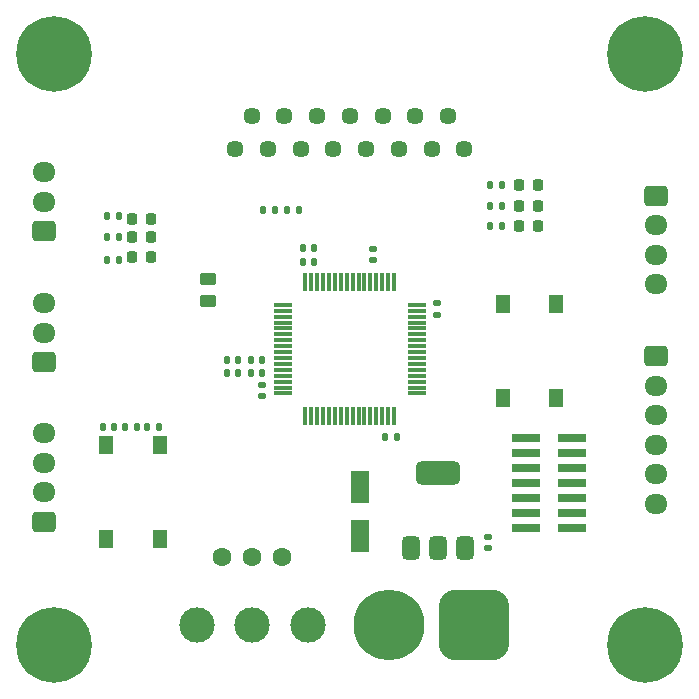
<source format=gbr>
%TF.GenerationSoftware,KiCad,Pcbnew,8.0.8*%
%TF.CreationDate,2025-01-29T06:10:27+01:00*%
%TF.ProjectId,ProjetCorps,50726f6a-6574-4436-9f72-70732e6b6963,rev?*%
%TF.SameCoordinates,Original*%
%TF.FileFunction,Soldermask,Top*%
%TF.FilePolarity,Negative*%
%FSLAX46Y46*%
G04 Gerber Fmt 4.6, Leading zero omitted, Abs format (unit mm)*
G04 Created by KiCad (PCBNEW 8.0.8) date 2025-01-29 06:10:27*
%MOMM*%
%LPD*%
G01*
G04 APERTURE LIST*
G04 Aperture macros list*
%AMRoundRect*
0 Rectangle with rounded corners*
0 $1 Rounding radius*
0 $2 $3 $4 $5 $6 $7 $8 $9 X,Y pos of 4 corners*
0 Add a 4 corners polygon primitive as box body*
4,1,4,$2,$3,$4,$5,$6,$7,$8,$9,$2,$3,0*
0 Add four circle primitives for the rounded corners*
1,1,$1+$1,$2,$3*
1,1,$1+$1,$4,$5*
1,1,$1+$1,$6,$7*
1,1,$1+$1,$8,$9*
0 Add four rect primitives between the rounded corners*
20,1,$1+$1,$2,$3,$4,$5,0*
20,1,$1+$1,$4,$5,$6,$7,0*
20,1,$1+$1,$6,$7,$8,$9,0*
20,1,$1+$1,$8,$9,$2,$3,0*%
G04 Aperture macros list end*
%ADD10RoundRect,0.375000X0.375000X-0.625000X0.375000X0.625000X-0.375000X0.625000X-0.375000X-0.625000X0*%
%ADD11RoundRect,0.500000X1.400000X-0.500000X1.400000X0.500000X-1.400000X0.500000X-1.400000X-0.500000X0*%
%ADD12RoundRect,0.140000X-0.140000X-0.170000X0.140000X-0.170000X0.140000X0.170000X-0.140000X0.170000X0*%
%ADD13RoundRect,0.140000X0.140000X0.170000X-0.140000X0.170000X-0.140000X-0.170000X0.140000X-0.170000X0*%
%ADD14RoundRect,0.135000X-0.135000X-0.185000X0.135000X-0.185000X0.135000X0.185000X-0.135000X0.185000X0*%
%ADD15RoundRect,0.140000X0.170000X-0.140000X0.170000X0.140000X-0.170000X0.140000X-0.170000X-0.140000X0*%
%ADD16RoundRect,0.140000X-0.170000X0.140000X-0.170000X-0.140000X0.170000X-0.140000X0.170000X0.140000X0*%
%ADD17RoundRect,0.218750X0.218750X0.256250X-0.218750X0.256250X-0.218750X-0.256250X0.218750X-0.256250X0*%
%ADD18R,2.400000X0.740000*%
%ADD19RoundRect,0.075000X-0.075000X0.700000X-0.075000X-0.700000X0.075000X-0.700000X0.075000X0.700000X0*%
%ADD20RoundRect,0.075000X-0.700000X0.075000X-0.700000X-0.075000X0.700000X-0.075000X0.700000X0.075000X0*%
%ADD21RoundRect,0.250000X-0.550000X1.137500X-0.550000X-1.137500X0.550000X-1.137500X0.550000X1.137500X0*%
%ADD22C,0.800000*%
%ADD23C,6.400000*%
%ADD24RoundRect,0.250000X-0.450000X0.262500X-0.450000X-0.262500X0.450000X-0.262500X0.450000X0.262500X0*%
%ADD25RoundRect,0.250000X0.725000X-0.600000X0.725000X0.600000X-0.725000X0.600000X-0.725000X-0.600000X0*%
%ADD26O,1.950000X1.700000*%
%ADD27RoundRect,0.250000X-0.725000X0.600000X-0.725000X-0.600000X0.725000X-0.600000X0.725000X0.600000X0*%
%ADD28R,1.300000X1.550000*%
%ADD29C,3.000000*%
%ADD30RoundRect,0.135000X0.135000X0.185000X-0.135000X0.185000X-0.135000X-0.185000X0.135000X-0.185000X0*%
%ADD31C,1.600000*%
%ADD32RoundRect,1.500000X1.500000X1.500000X-1.500000X1.500000X-1.500000X-1.500000X1.500000X-1.500000X0*%
%ADD33C,6.000000*%
%ADD34C,1.447800*%
G04 APERTURE END LIST*
D10*
%TO.C,U103*%
X75200000Y-86800000D03*
X77500000Y-86800000D03*
D11*
X77500000Y-80500000D03*
D10*
X79800000Y-86800000D03*
%TD*%
D12*
%TO.C,C4*%
X59620000Y-72000000D03*
X60580000Y-72000000D03*
%TD*%
D13*
%TO.C,C6*%
X60580000Y-70900000D03*
X59620000Y-70900000D03*
%TD*%
D12*
%TO.C,C101*%
X66020000Y-61400000D03*
X66980000Y-61400000D03*
%TD*%
D14*
%TO.C,R109*%
X49427500Y-58730000D03*
X50447500Y-58730000D03*
%TD*%
D12*
%TO.C,C5*%
X61620000Y-70900000D03*
X62580000Y-70900000D03*
%TD*%
D14*
%TO.C,R103*%
X81900000Y-56100000D03*
X82920000Y-56100000D03*
%TD*%
D15*
%TO.C,C1*%
X72000000Y-62480000D03*
X72000000Y-61520000D03*
%TD*%
D16*
%TO.C,C103*%
X77400000Y-66120000D03*
X77400000Y-67080000D03*
%TD*%
D17*
%TO.C,D102*%
X85947500Y-57850000D03*
X84372500Y-57850000D03*
%TD*%
D18*
%TO.C,J105*%
X88800000Y-85120000D03*
X84900000Y-85120000D03*
X88800000Y-83850000D03*
X84900000Y-83850000D03*
X88800000Y-82580000D03*
X84900000Y-82580000D03*
X88800000Y-81310000D03*
X84900000Y-81310000D03*
X88800000Y-80040000D03*
X84900000Y-80040000D03*
X88800000Y-78770000D03*
X84900000Y-78770000D03*
X88800000Y-77500000D03*
X84900000Y-77500000D03*
%TD*%
D15*
%TO.C,C104*%
X62600000Y-73980000D03*
X62600000Y-73020000D03*
%TD*%
D19*
%TO.C,U1*%
X73745000Y-64315000D03*
X73245000Y-64315000D03*
X72745000Y-64315000D03*
X72245000Y-64315000D03*
X71745000Y-64315000D03*
X71245000Y-64315000D03*
X70745000Y-64315000D03*
X70245000Y-64315000D03*
X69745000Y-64315000D03*
X69245000Y-64315000D03*
X68745000Y-64315000D03*
X68245000Y-64315000D03*
X67745000Y-64315000D03*
X67245000Y-64315000D03*
X66745000Y-64315000D03*
X66245000Y-64315000D03*
D20*
X64320000Y-66240000D03*
X64320000Y-66740000D03*
X64320000Y-67240000D03*
X64320000Y-67740000D03*
X64320000Y-68240000D03*
X64320000Y-68740000D03*
X64320000Y-69240000D03*
X64320000Y-69740000D03*
X64320000Y-70240000D03*
X64320000Y-70740000D03*
X64320000Y-71240000D03*
X64320000Y-71740000D03*
X64320000Y-72240000D03*
X64320000Y-72740000D03*
X64320000Y-73240000D03*
X64320000Y-73740000D03*
D19*
X66245000Y-75665000D03*
X66745000Y-75665000D03*
X67245000Y-75665000D03*
X67745000Y-75665000D03*
X68245000Y-75665000D03*
X68745000Y-75665000D03*
X69245000Y-75665000D03*
X69745000Y-75665000D03*
X70245000Y-75665000D03*
X70745000Y-75665000D03*
X71245000Y-75665000D03*
X71745000Y-75665000D03*
X72245000Y-75665000D03*
X72745000Y-75665000D03*
X73245000Y-75665000D03*
X73745000Y-75665000D03*
D20*
X75670000Y-73740000D03*
X75670000Y-73240000D03*
X75670000Y-72740000D03*
X75670000Y-72240000D03*
X75670000Y-71740000D03*
X75670000Y-71240000D03*
X75670000Y-70740000D03*
X75670000Y-70240000D03*
X75670000Y-69740000D03*
X75670000Y-69240000D03*
X75670000Y-68740000D03*
X75670000Y-68240000D03*
X75670000Y-67740000D03*
X75670000Y-67240000D03*
X75670000Y-66740000D03*
X75670000Y-66240000D03*
%TD*%
D21*
%TO.C,C107*%
X70900000Y-81675000D03*
X70900000Y-85800000D03*
%TD*%
D22*
%TO.C,H102*%
X92600000Y-45000000D03*
X93302944Y-43302944D03*
X93302944Y-46697056D03*
X95000000Y-42600000D03*
D23*
X95000000Y-45000000D03*
D22*
X95000000Y-47400000D03*
X96697056Y-43302944D03*
X96697056Y-46697056D03*
X97400000Y-45000000D03*
%TD*%
D15*
%TO.C,C106*%
X81700000Y-86830000D03*
X81700000Y-85870000D03*
%TD*%
D17*
%TO.C,D105*%
X53175000Y-60500000D03*
X51600000Y-60500000D03*
%TD*%
D22*
%TO.C,H103*%
X42600000Y-95000000D03*
X43302944Y-93302944D03*
X43302944Y-96697056D03*
X45000000Y-92600000D03*
D23*
X45000000Y-95000000D03*
D22*
X45000000Y-97400000D03*
X46697056Y-93302944D03*
X46697056Y-96697056D03*
X47400000Y-95000000D03*
%TD*%
D24*
%TO.C,R1*%
X58000000Y-64087500D03*
X58000000Y-65912500D03*
%TD*%
D17*
%TO.C,D101*%
X85947500Y-56100000D03*
X84372500Y-56100000D03*
%TD*%
D14*
%TO.C,R105*%
X81900000Y-59600000D03*
X82920000Y-59600000D03*
%TD*%
D25*
%TO.C,J103*%
X44100000Y-71100000D03*
D26*
X44100000Y-68600000D03*
X44100000Y-66100000D03*
%TD*%
D27*
%TO.C,J1*%
X95900000Y-57000000D03*
D26*
X95900000Y-59500000D03*
X95900000Y-62000000D03*
X95900000Y-64500000D03*
%TD*%
D28*
%TO.C,SW1*%
X82955000Y-74145000D03*
X82955000Y-66195000D03*
X87455000Y-74145000D03*
X87455000Y-66195000D03*
%TD*%
D22*
%TO.C,H101*%
X42600000Y-45000000D03*
X43302944Y-43302944D03*
X43302944Y-46697056D03*
X45000000Y-42600000D03*
D23*
X45000000Y-45000000D03*
D22*
X45000000Y-47400000D03*
X46697056Y-43302944D03*
X46697056Y-46697056D03*
X47400000Y-45000000D03*
%TD*%
D29*
%TO.C,SW101*%
X57050000Y-93350000D03*
X61750000Y-93350000D03*
X66450000Y-93350000D03*
%TD*%
D17*
%TO.C,D104*%
X53175000Y-62180000D03*
X51600000Y-62180000D03*
%TD*%
D30*
%TO.C,R801*%
X52000000Y-76575000D03*
X50980000Y-76575000D03*
%TD*%
D13*
%TO.C,C801*%
X50050000Y-76575000D03*
X49090000Y-76575000D03*
%TD*%
D31*
%TO.C,U104*%
X59210000Y-87600000D03*
X61750000Y-87600000D03*
X64290000Y-87600000D03*
%TD*%
D17*
%TO.C,D106*%
X53175000Y-59000000D03*
X51600000Y-59000000D03*
%TD*%
D14*
%TO.C,R108*%
X49427500Y-60480000D03*
X50447500Y-60480000D03*
%TD*%
D30*
%TO.C,R802*%
X53890000Y-76575000D03*
X52870000Y-76575000D03*
%TD*%
D17*
%TO.C,D103*%
X85947500Y-59600000D03*
X84372500Y-59600000D03*
%TD*%
D14*
%TO.C,R107*%
X49427500Y-62430000D03*
X50447500Y-62430000D03*
%TD*%
D12*
%TO.C,C2*%
X66020000Y-62600000D03*
X66980000Y-62600000D03*
%TD*%
D13*
%TO.C,C3*%
X62580000Y-72000000D03*
X61620000Y-72000000D03*
%TD*%
D32*
%TO.C,J101*%
X80525000Y-93350000D03*
D33*
X73325000Y-93350000D03*
%TD*%
D28*
%TO.C,SW801*%
X53900000Y-78100000D03*
X53900000Y-86050000D03*
X49400000Y-78100000D03*
X49400000Y-86050000D03*
%TD*%
D25*
%TO.C,J3*%
X44100000Y-84600000D03*
D26*
X44100000Y-82100000D03*
X44100000Y-79600000D03*
X44100000Y-77100000D03*
%TD*%
D27*
%TO.C,J2*%
X95900000Y-70600000D03*
D26*
X95900000Y-73100000D03*
X95900000Y-75600000D03*
X95900000Y-78100000D03*
X95900000Y-80600000D03*
X95900000Y-83100000D03*
%TD*%
D13*
%TO.C,C102*%
X73980000Y-77400000D03*
X73020000Y-77400000D03*
%TD*%
D14*
%TO.C,R104*%
X81900000Y-57850000D03*
X82920000Y-57850000D03*
%TD*%
D30*
%TO.C,R102*%
X65710000Y-58200000D03*
X64690000Y-58200000D03*
%TD*%
D22*
%TO.C,H104*%
X92600000Y-95000000D03*
X93302944Y-93302944D03*
X93302944Y-96697056D03*
X95000000Y-92600000D03*
D23*
X95000000Y-95000000D03*
D22*
X95000000Y-97400000D03*
X96697056Y-93302944D03*
X96697056Y-96697056D03*
X97400000Y-95000000D03*
%TD*%
D34*
%TO.C,J104*%
X60315002Y-53059999D03*
X63085001Y-53059999D03*
X65855001Y-53059999D03*
X68625001Y-53059999D03*
X71395000Y-53059999D03*
X74165000Y-53059999D03*
X76934999Y-53059999D03*
X79704999Y-53059999D03*
X61700000Y-50220000D03*
X64470000Y-50220000D03*
X67239999Y-50220000D03*
X70009999Y-50220000D03*
X72779999Y-50220000D03*
X75549998Y-50220000D03*
X78319998Y-50220000D03*
%TD*%
D14*
%TO.C,R101*%
X62690000Y-58200000D03*
X63710000Y-58200000D03*
%TD*%
D25*
%TO.C,J102*%
X44100000Y-60000000D03*
D26*
X44100000Y-57500000D03*
X44100000Y-55000000D03*
%TD*%
M02*

</source>
